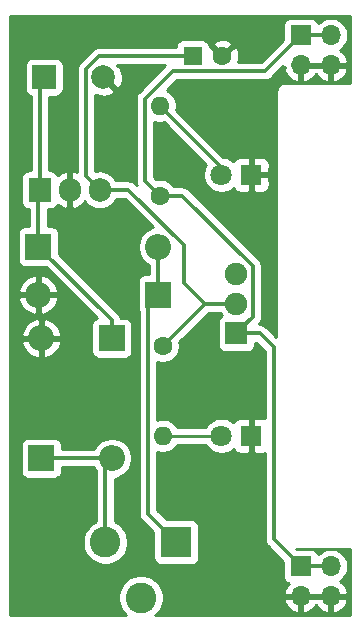
<source format=gbl>
%TF.GenerationSoftware,KiCad,Pcbnew,5.1.10-88a1d61d58~88~ubuntu20.04.1*%
%TF.CreationDate,2021-07-24T20:23:26-03:00*%
%TF.ProjectId,002_Breadboard_Power_Supply,3030325f-4272-4656-9164-626f6172645f,V1*%
%TF.SameCoordinates,Original*%
%TF.FileFunction,Copper,L2,Bot*%
%TF.FilePolarity,Positive*%
%FSLAX46Y46*%
G04 Gerber Fmt 4.6, Leading zero omitted, Abs format (unit mm)*
G04 Created by KiCad (PCBNEW 5.1.10-88a1d61d58~88~ubuntu20.04.1) date 2021-07-24 20:23:26*
%MOMM*%
%LPD*%
G01*
G04 APERTURE LIST*
%TA.AperFunction,ComponentPad*%
%ADD10R,2.000000X2.000000*%
%TD*%
%TA.AperFunction,ComponentPad*%
%ADD11C,2.000000*%
%TD*%
%TA.AperFunction,ComponentPad*%
%ADD12R,1.600000X1.600000*%
%TD*%
%TA.AperFunction,ComponentPad*%
%ADD13C,1.600000*%
%TD*%
%TA.AperFunction,ComponentPad*%
%ADD14R,2.200000X2.200000*%
%TD*%
%TA.AperFunction,ComponentPad*%
%ADD15O,2.200000X2.200000*%
%TD*%
%TA.AperFunction,ComponentPad*%
%ADD16R,1.800000X1.800000*%
%TD*%
%TA.AperFunction,ComponentPad*%
%ADD17C,1.800000*%
%TD*%
%TA.AperFunction,ComponentPad*%
%ADD18R,2.600000X2.600000*%
%TD*%
%TA.AperFunction,ComponentPad*%
%ADD19C,2.600000*%
%TD*%
%TA.AperFunction,ComponentPad*%
%ADD20R,1.700000X1.700000*%
%TD*%
%TA.AperFunction,ComponentPad*%
%ADD21O,1.700000X1.700000*%
%TD*%
%TA.AperFunction,ComponentPad*%
%ADD22O,1.600000X1.600000*%
%TD*%
%TA.AperFunction,ComponentPad*%
%ADD23R,1.900000X1.900000*%
%TD*%
%TA.AperFunction,ComponentPad*%
%ADD24C,1.900000*%
%TD*%
%TA.AperFunction,ComponentPad*%
%ADD25R,1.905000X2.000000*%
%TD*%
%TA.AperFunction,ComponentPad*%
%ADD26O,1.905000X2.000000*%
%TD*%
%TA.AperFunction,Conductor*%
%ADD27C,0.300000*%
%TD*%
%TA.AperFunction,Conductor*%
%ADD28C,0.250000*%
%TD*%
%TA.AperFunction,Conductor*%
%ADD29C,0.254000*%
%TD*%
%TA.AperFunction,Conductor*%
%ADD30C,0.100000*%
%TD*%
G04 APERTURE END LIST*
D10*
%TO.P,C1,1*%
%TO.N,/Vin*%
X79883000Y-56515000D03*
D11*
%TO.P,C1,2*%
%TO.N,/Gnd*%
X84883000Y-56515000D03*
%TD*%
D12*
%TO.P,C2,1*%
%TO.N,/Vout1*%
X92456000Y-54737000D03*
D13*
%TO.P,C2,2*%
%TO.N,/Gnd*%
X94956000Y-54737000D03*
%TD*%
D14*
%TO.P,D1,1*%
%TO.N,/Vin*%
X79375000Y-70866000D03*
D15*
%TO.P,D1,2*%
%TO.N,/BJ_pin1*%
X89535000Y-70866000D03*
%TD*%
%TO.P,D2,2*%
%TO.N,/Gnd*%
X79375000Y-74930000D03*
D14*
%TO.P,D2,1*%
%TO.N,/BJ_pin1*%
X89535000Y-74930000D03*
%TD*%
%TO.P,D3,1*%
%TO.N,/Vin*%
X85598000Y-78613000D03*
D15*
%TO.P,D3,2*%
%TO.N,/BJ_pin2*%
X85598000Y-88773000D03*
%TD*%
%TO.P,D4,2*%
%TO.N,/Gnd*%
X79629000Y-78613000D03*
D14*
%TO.P,D4,1*%
%TO.N,/BJ_pin2*%
X79629000Y-88773000D03*
%TD*%
D16*
%TO.P,D5,1*%
%TO.N,/Gnd*%
X97414000Y-86868000D03*
D17*
%TO.P,D5,2*%
%TO.N,Net-(D5-Pad2)*%
X94874000Y-86868000D03*
%TD*%
%TO.P,D6,2*%
%TO.N,Net-(D6-Pad2)*%
X94874000Y-64770000D03*
D16*
%TO.P,D6,1*%
%TO.N,/Gnd*%
X97414000Y-64770000D03*
%TD*%
D18*
%TO.P,J1,1*%
%TO.N,/BJ_pin1*%
X91059000Y-95885000D03*
D19*
%TO.P,J1,2*%
%TO.N,/BJ_pin2*%
X85059000Y-95885000D03*
%TO.P,J1,3*%
%TO.N,Net-(J1-Pad3)*%
X88059000Y-100585000D03*
%TD*%
D20*
%TO.P,J2,1*%
%TO.N,/Vout2*%
X101600000Y-52959000D03*
D21*
%TO.P,J2,2*%
X104140000Y-52959000D03*
%TO.P,J2,3*%
%TO.N,/Gnd*%
X101600000Y-55499000D03*
%TO.P,J2,4*%
X104140000Y-55499000D03*
%TD*%
%TO.P,J3,4*%
%TO.N,/Gnd*%
X104140000Y-100457000D03*
%TO.P,J3,3*%
X101600000Y-100457000D03*
%TO.P,J3,2*%
%TO.N,/Vout2*%
X104140000Y-97917000D03*
D20*
%TO.P,J3,1*%
X101600000Y-97917000D03*
%TD*%
D22*
%TO.P,R1,2*%
%TO.N,Net-(D5-Pad2)*%
X89916000Y-86868000D03*
D13*
%TO.P,R1,1*%
%TO.N,/Vout1*%
X89916000Y-79248000D03*
%TD*%
%TO.P,R2,1*%
%TO.N,/Vout2*%
X89662000Y-66548000D03*
D22*
%TO.P,R2,2*%
%TO.N,Net-(D6-Pad2)*%
X89662000Y-58928000D03*
%TD*%
D23*
%TO.P,SW1,1*%
%TO.N,/Vout2*%
X96139000Y-78199000D03*
D24*
%TO.P,SW1,2*%
%TO.N,/Vout1*%
X96139000Y-75699000D03*
%TO.P,SW1,3*%
%TO.N,Net-(SW1-Pad3)*%
X96139000Y-73199000D03*
%TD*%
D25*
%TO.P,U1,1*%
%TO.N,/Vin*%
X79502000Y-66040000D03*
D26*
%TO.P,U1,2*%
%TO.N,/Gnd*%
X82042000Y-66040000D03*
%TO.P,U1,3*%
%TO.N,/Vout1*%
X84582000Y-66040000D03*
%TD*%
D27*
%TO.N,/Vin*%
X85598000Y-77089000D02*
X79375000Y-70866000D01*
X85598000Y-78613000D02*
X85598000Y-77089000D01*
X79375000Y-66167000D02*
X79502000Y-66040000D01*
X79375000Y-70866000D02*
X79375000Y-66167000D01*
X79502000Y-56896000D02*
X79883000Y-56515000D01*
X79502000Y-66040000D02*
X79502000Y-56896000D01*
%TO.N,/Vout1*%
X93465000Y-75699000D02*
X96139000Y-75699000D01*
X89916000Y-79248000D02*
X93465000Y-75699000D01*
X87003002Y-66040000D02*
X91694000Y-70730998D01*
X84582000Y-66040000D02*
X87003002Y-66040000D01*
X91694000Y-73928000D02*
X93465000Y-75699000D01*
X91694000Y-70730998D02*
X91694000Y-73928000D01*
X83432999Y-64890999D02*
X84582000Y-66040000D01*
X84514998Y-54737000D02*
X83432999Y-55818999D01*
X83432999Y-55818999D02*
X83432999Y-64890999D01*
X92456000Y-54737000D02*
X84514998Y-54737000D01*
%TO.N,/BJ_pin1*%
X89535000Y-74930000D02*
X89535000Y-70866000D01*
X88665999Y-93491999D02*
X91059000Y-95885000D01*
X88665999Y-75799001D02*
X88665999Y-93491999D01*
X89535000Y-74930000D02*
X88665999Y-75799001D01*
%TO.N,/BJ_pin2*%
X85059000Y-89312000D02*
X85598000Y-88773000D01*
X85059000Y-95885000D02*
X85059000Y-89312000D01*
X79629000Y-88773000D02*
X85598000Y-88773000D01*
D28*
%TO.N,Net-(D5-Pad2)*%
X89916000Y-86868000D02*
X94874000Y-86868000D01*
%TO.N,Net-(D6-Pad2)*%
X94874000Y-64140000D02*
X94874000Y-64770000D01*
X89662000Y-58928000D02*
X94874000Y-64140000D01*
D27*
%TO.N,/Vout2*%
X101600000Y-97917000D02*
X104140000Y-97917000D01*
X101600000Y-52959000D02*
X104140000Y-52959000D01*
X90752997Y-55987001D02*
X98571999Y-55987001D01*
X98571999Y-55987001D02*
X101600000Y-52959000D01*
X88411999Y-58327999D02*
X90752997Y-55987001D01*
X88411999Y-65297999D02*
X88411999Y-58327999D01*
X89662000Y-66548000D02*
X88411999Y-65297999D01*
X96139000Y-78199000D02*
X98138000Y-78199000D01*
X98138000Y-78199000D02*
X99314000Y-79375000D01*
X99314000Y-95631000D02*
X101600000Y-97917000D01*
X99314000Y-79375000D02*
X99314000Y-95631000D01*
X91560002Y-66548000D02*
X89662000Y-66548000D01*
X97539001Y-72526999D02*
X91560002Y-66548000D01*
X97539001Y-76798999D02*
X97539001Y-72526999D01*
X96139000Y-78199000D02*
X97539001Y-76798999D01*
%TD*%
D29*
%TO.N,/Gnd*%
X105766001Y-56998000D02*
X100235419Y-56998000D01*
X100203000Y-56994807D01*
X100170581Y-56998000D01*
X100073617Y-57007550D01*
X99949207Y-57045290D01*
X99834550Y-57106575D01*
X99734052Y-57189052D01*
X99651575Y-57289550D01*
X99590290Y-57404207D01*
X99552550Y-57528617D01*
X99539807Y-57658000D01*
X99543001Y-57690429D01*
X99543000Y-78493843D01*
X98720345Y-77671188D01*
X98695764Y-77641236D01*
X98576233Y-77543138D01*
X98439860Y-77470246D01*
X98291887Y-77425359D01*
X98176561Y-77414000D01*
X98176553Y-77414000D01*
X98138000Y-77410203D01*
X98099447Y-77414000D01*
X98034158Y-77414000D01*
X98066818Y-77381340D01*
X98096765Y-77356763D01*
X98194863Y-77237232D01*
X98267755Y-77100859D01*
X98312642Y-76952886D01*
X98324001Y-76837560D01*
X98324001Y-76837553D01*
X98327798Y-76799000D01*
X98324001Y-76760447D01*
X98324001Y-72565551D01*
X98327798Y-72526998D01*
X98324001Y-72488445D01*
X98324001Y-72488438D01*
X98312642Y-72373112D01*
X98267755Y-72225139D01*
X98194863Y-72088766D01*
X98096765Y-71969235D01*
X98066817Y-71944657D01*
X92142349Y-66020190D01*
X92117766Y-65990236D01*
X91998235Y-65892138D01*
X91861862Y-65819246D01*
X91713889Y-65774359D01*
X91598563Y-65763000D01*
X91598555Y-65763000D01*
X91560002Y-65759203D01*
X91521449Y-65763000D01*
X90863339Y-65763000D01*
X90776637Y-65633241D01*
X90576759Y-65433363D01*
X90341727Y-65276320D01*
X90080574Y-65168147D01*
X89803335Y-65113000D01*
X89520665Y-65113000D01*
X89367604Y-65143446D01*
X89196999Y-64972842D01*
X89196999Y-60288622D01*
X89243426Y-60307853D01*
X89520665Y-60363000D01*
X89803335Y-60363000D01*
X89985887Y-60326688D01*
X93589164Y-63929966D01*
X93513701Y-64042905D01*
X93397989Y-64322257D01*
X93339000Y-64618816D01*
X93339000Y-64921184D01*
X93397989Y-65217743D01*
X93513701Y-65497095D01*
X93681688Y-65748505D01*
X93895495Y-65962312D01*
X94146905Y-66130299D01*
X94426257Y-66246011D01*
X94722816Y-66305000D01*
X95025184Y-66305000D01*
X95321743Y-66246011D01*
X95601095Y-66130299D01*
X95852505Y-65962312D01*
X95918944Y-65895873D01*
X95924498Y-65914180D01*
X95983463Y-66024494D01*
X96062815Y-66121185D01*
X96159506Y-66200537D01*
X96269820Y-66259502D01*
X96389518Y-66295812D01*
X96514000Y-66308072D01*
X97128250Y-66305000D01*
X97287000Y-66146250D01*
X97287000Y-64897000D01*
X97541000Y-64897000D01*
X97541000Y-66146250D01*
X97699750Y-66305000D01*
X98314000Y-66308072D01*
X98438482Y-66295812D01*
X98558180Y-66259502D01*
X98668494Y-66200537D01*
X98765185Y-66121185D01*
X98844537Y-66024494D01*
X98903502Y-65914180D01*
X98939812Y-65794482D01*
X98952072Y-65670000D01*
X98949000Y-65055750D01*
X98790250Y-64897000D01*
X97541000Y-64897000D01*
X97287000Y-64897000D01*
X97267000Y-64897000D01*
X97267000Y-64643000D01*
X97287000Y-64643000D01*
X97287000Y-63393750D01*
X97541000Y-63393750D01*
X97541000Y-64643000D01*
X98790250Y-64643000D01*
X98949000Y-64484250D01*
X98952072Y-63870000D01*
X98939812Y-63745518D01*
X98903502Y-63625820D01*
X98844537Y-63515506D01*
X98765185Y-63418815D01*
X98668494Y-63339463D01*
X98558180Y-63280498D01*
X98438482Y-63244188D01*
X98314000Y-63231928D01*
X97699750Y-63235000D01*
X97541000Y-63393750D01*
X97287000Y-63393750D01*
X97128250Y-63235000D01*
X96514000Y-63231928D01*
X96389518Y-63244188D01*
X96269820Y-63280498D01*
X96159506Y-63339463D01*
X96062815Y-63418815D01*
X95983463Y-63515506D01*
X95924498Y-63625820D01*
X95918944Y-63644127D01*
X95852505Y-63577688D01*
X95601095Y-63409701D01*
X95321743Y-63293989D01*
X95048425Y-63239623D01*
X91060688Y-59251887D01*
X91097000Y-59069335D01*
X91097000Y-58786665D01*
X91041853Y-58509426D01*
X90933680Y-58248273D01*
X90776637Y-58013241D01*
X90576759Y-57813363D01*
X90341727Y-57656320D01*
X90237152Y-57613004D01*
X91078155Y-56772001D01*
X98533446Y-56772001D01*
X98571999Y-56775798D01*
X98610552Y-56772001D01*
X98610560Y-56772001D01*
X98725886Y-56760642D01*
X98873859Y-56715755D01*
X99010232Y-56642863D01*
X99129763Y-56544765D01*
X99154346Y-56514811D01*
X100115000Y-55554157D01*
X100115000Y-55626002D01*
X100279844Y-55626002D01*
X100158524Y-55855890D01*
X100203175Y-56003099D01*
X100328359Y-56265920D01*
X100502412Y-56499269D01*
X100718645Y-56694178D01*
X100968748Y-56843157D01*
X101243109Y-56940481D01*
X101473000Y-56819814D01*
X101473000Y-55626000D01*
X101727000Y-55626000D01*
X101727000Y-56819814D01*
X101956891Y-56940481D01*
X102231252Y-56843157D01*
X102481355Y-56694178D01*
X102697588Y-56499269D01*
X102870000Y-56268120D01*
X103042412Y-56499269D01*
X103258645Y-56694178D01*
X103508748Y-56843157D01*
X103783109Y-56940481D01*
X104013000Y-56819814D01*
X104013000Y-55626000D01*
X104267000Y-55626000D01*
X104267000Y-56819814D01*
X104496891Y-56940481D01*
X104771252Y-56843157D01*
X105021355Y-56694178D01*
X105237588Y-56499269D01*
X105411641Y-56265920D01*
X105536825Y-56003099D01*
X105581476Y-55855890D01*
X105460155Y-55626000D01*
X104267000Y-55626000D01*
X104013000Y-55626000D01*
X101727000Y-55626000D01*
X101473000Y-55626000D01*
X101453000Y-55626000D01*
X101453000Y-55372000D01*
X101473000Y-55372000D01*
X101473000Y-55352000D01*
X101727000Y-55352000D01*
X101727000Y-55372000D01*
X104013000Y-55372000D01*
X104013000Y-55352000D01*
X104267000Y-55352000D01*
X104267000Y-55372000D01*
X105460155Y-55372000D01*
X105581476Y-55142110D01*
X105536825Y-54994901D01*
X105411641Y-54732080D01*
X105237588Y-54498731D01*
X105021355Y-54303822D01*
X104904466Y-54234195D01*
X105086632Y-54112475D01*
X105293475Y-53905632D01*
X105455990Y-53662411D01*
X105567932Y-53392158D01*
X105625000Y-53105260D01*
X105625000Y-52812740D01*
X105567932Y-52525842D01*
X105455990Y-52255589D01*
X105293475Y-52012368D01*
X105086632Y-51805525D01*
X104843411Y-51643010D01*
X104573158Y-51531068D01*
X104286260Y-51474000D01*
X103993740Y-51474000D01*
X103706842Y-51531068D01*
X103436589Y-51643010D01*
X103193368Y-51805525D01*
X103061513Y-51937380D01*
X103039502Y-51864820D01*
X102980537Y-51754506D01*
X102901185Y-51657815D01*
X102804494Y-51578463D01*
X102694180Y-51519498D01*
X102574482Y-51483188D01*
X102450000Y-51470928D01*
X100750000Y-51470928D01*
X100625518Y-51483188D01*
X100505820Y-51519498D01*
X100395506Y-51578463D01*
X100298815Y-51657815D01*
X100219463Y-51754506D01*
X100160498Y-51864820D01*
X100124188Y-51984518D01*
X100111928Y-52109000D01*
X100111928Y-53336914D01*
X98246842Y-55202001D01*
X96318836Y-55202001D01*
X96382300Y-54948816D01*
X96396217Y-54666488D01*
X96354787Y-54386870D01*
X96259603Y-54120708D01*
X96192671Y-53995486D01*
X95948702Y-53923903D01*
X95135605Y-54737000D01*
X95149748Y-54751143D01*
X94970143Y-54930748D01*
X94956000Y-54916605D01*
X94941858Y-54930748D01*
X94762253Y-54751143D01*
X94776395Y-54737000D01*
X93963298Y-53923903D01*
X93894072Y-53944215D01*
X93894072Y-53937000D01*
X93881812Y-53812518D01*
X93861118Y-53744298D01*
X94142903Y-53744298D01*
X94956000Y-54557395D01*
X95769097Y-53744298D01*
X95697514Y-53500329D01*
X95442004Y-53379429D01*
X95167816Y-53310700D01*
X94885488Y-53296783D01*
X94605870Y-53338213D01*
X94339708Y-53433397D01*
X94214486Y-53500329D01*
X94142903Y-53744298D01*
X93861118Y-53744298D01*
X93845502Y-53692820D01*
X93786537Y-53582506D01*
X93707185Y-53485815D01*
X93610494Y-53406463D01*
X93500180Y-53347498D01*
X93380482Y-53311188D01*
X93256000Y-53298928D01*
X91656000Y-53298928D01*
X91531518Y-53311188D01*
X91411820Y-53347498D01*
X91301506Y-53406463D01*
X91204815Y-53485815D01*
X91125463Y-53582506D01*
X91066498Y-53692820D01*
X91030188Y-53812518D01*
X91017928Y-53937000D01*
X91017928Y-53952000D01*
X84553554Y-53952000D01*
X84514998Y-53948203D01*
X84476442Y-53952000D01*
X84476437Y-53952000D01*
X84436024Y-53955980D01*
X84361111Y-53963358D01*
X84213138Y-54008246D01*
X84076765Y-54081138D01*
X83957234Y-54179236D01*
X83932651Y-54209190D01*
X82905189Y-55236652D01*
X82875235Y-55261235D01*
X82777137Y-55380767D01*
X82704245Y-55517140D01*
X82659358Y-55665113D01*
X82647999Y-55780439D01*
X82647999Y-55780446D01*
X82644202Y-55818999D01*
X82647999Y-55857552D01*
X82648000Y-64528189D01*
X82633094Y-64520429D01*
X82414980Y-64449437D01*
X82169000Y-64569406D01*
X82169000Y-65913000D01*
X82189000Y-65913000D01*
X82189000Y-66167000D01*
X82169000Y-66167000D01*
X82169000Y-67510594D01*
X82414980Y-67630563D01*
X82633094Y-67559571D01*
X82908923Y-67415969D01*
X83151437Y-67221315D01*
X83306837Y-67036101D01*
X83454037Y-67215463D01*
X83695766Y-67413845D01*
X83971552Y-67561255D01*
X84270797Y-67652030D01*
X84582000Y-67682681D01*
X84893204Y-67652030D01*
X85192449Y-67561255D01*
X85468235Y-67413845D01*
X85709963Y-67215463D01*
X85908345Y-66973734D01*
X85987845Y-66825000D01*
X86677845Y-66825000D01*
X89046936Y-69194091D01*
X89028919Y-69197675D01*
X88713169Y-69328463D01*
X88429002Y-69518337D01*
X88187337Y-69760002D01*
X87997463Y-70044169D01*
X87866675Y-70359919D01*
X87800000Y-70695117D01*
X87800000Y-71036883D01*
X87866675Y-71372081D01*
X87997463Y-71687831D01*
X88187337Y-71971998D01*
X88429002Y-72213663D01*
X88713169Y-72403537D01*
X88750001Y-72418793D01*
X88750000Y-73191928D01*
X88435000Y-73191928D01*
X88310518Y-73204188D01*
X88190820Y-73240498D01*
X88080506Y-73299463D01*
X87983815Y-73378815D01*
X87904463Y-73475506D01*
X87845498Y-73585820D01*
X87809188Y-73705518D01*
X87796928Y-73830000D01*
X87796928Y-76030000D01*
X87809188Y-76154482D01*
X87845498Y-76274180D01*
X87880999Y-76340597D01*
X87881000Y-93453436D01*
X87877202Y-93491999D01*
X87892358Y-93645885D01*
X87937245Y-93793858D01*
X87937246Y-93793859D01*
X88010138Y-93930232D01*
X88033902Y-93959188D01*
X88083654Y-94019811D01*
X88083658Y-94019815D01*
X88108236Y-94049763D01*
X88138184Y-94074341D01*
X89120928Y-95057085D01*
X89120928Y-97185000D01*
X89133188Y-97309482D01*
X89169498Y-97429180D01*
X89228463Y-97539494D01*
X89307815Y-97636185D01*
X89404506Y-97715537D01*
X89514820Y-97774502D01*
X89634518Y-97810812D01*
X89759000Y-97823072D01*
X92359000Y-97823072D01*
X92483482Y-97810812D01*
X92603180Y-97774502D01*
X92713494Y-97715537D01*
X92810185Y-97636185D01*
X92889537Y-97539494D01*
X92948502Y-97429180D01*
X92984812Y-97309482D01*
X92997072Y-97185000D01*
X92997072Y-94585000D01*
X92984812Y-94460518D01*
X92948502Y-94340820D01*
X92889537Y-94230506D01*
X92810185Y-94133815D01*
X92713494Y-94054463D01*
X92603180Y-93995498D01*
X92483482Y-93959188D01*
X92359000Y-93946928D01*
X90231085Y-93946928D01*
X89450999Y-93166842D01*
X89450999Y-88228622D01*
X89497426Y-88247853D01*
X89774665Y-88303000D01*
X90057335Y-88303000D01*
X90334574Y-88247853D01*
X90595727Y-88139680D01*
X90830759Y-87982637D01*
X91030637Y-87782759D01*
X91134043Y-87628000D01*
X93535687Y-87628000D01*
X93681688Y-87846505D01*
X93895495Y-88060312D01*
X94146905Y-88228299D01*
X94426257Y-88344011D01*
X94722816Y-88403000D01*
X95025184Y-88403000D01*
X95321743Y-88344011D01*
X95601095Y-88228299D01*
X95852505Y-88060312D01*
X95918944Y-87993873D01*
X95924498Y-88012180D01*
X95983463Y-88122494D01*
X96062815Y-88219185D01*
X96159506Y-88298537D01*
X96269820Y-88357502D01*
X96389518Y-88393812D01*
X96514000Y-88406072D01*
X97128250Y-88403000D01*
X97287000Y-88244250D01*
X97287000Y-86995000D01*
X97267000Y-86995000D01*
X97267000Y-86741000D01*
X97287000Y-86741000D01*
X97287000Y-85491750D01*
X97128250Y-85333000D01*
X96514000Y-85329928D01*
X96389518Y-85342188D01*
X96269820Y-85378498D01*
X96159506Y-85437463D01*
X96062815Y-85516815D01*
X95983463Y-85613506D01*
X95924498Y-85723820D01*
X95918944Y-85742127D01*
X95852505Y-85675688D01*
X95601095Y-85507701D01*
X95321743Y-85391989D01*
X95025184Y-85333000D01*
X94722816Y-85333000D01*
X94426257Y-85391989D01*
X94146905Y-85507701D01*
X93895495Y-85675688D01*
X93681688Y-85889495D01*
X93535687Y-86108000D01*
X91134043Y-86108000D01*
X91030637Y-85953241D01*
X90830759Y-85753363D01*
X90595727Y-85596320D01*
X90334574Y-85488147D01*
X90057335Y-85433000D01*
X89774665Y-85433000D01*
X89497426Y-85488147D01*
X89450999Y-85507378D01*
X89450999Y-80608622D01*
X89497426Y-80627853D01*
X89774665Y-80683000D01*
X90057335Y-80683000D01*
X90334574Y-80627853D01*
X90595727Y-80519680D01*
X90830759Y-80362637D01*
X91030637Y-80162759D01*
X91187680Y-79927727D01*
X91295853Y-79666574D01*
X91351000Y-79389335D01*
X91351000Y-79106665D01*
X91320554Y-78953603D01*
X93790158Y-76484000D01*
X94757257Y-76484000D01*
X94893021Y-76687186D01*
X94834506Y-76718463D01*
X94737815Y-76797815D01*
X94658463Y-76894506D01*
X94599498Y-77004820D01*
X94563188Y-77124518D01*
X94550928Y-77249000D01*
X94550928Y-79149000D01*
X94563188Y-79273482D01*
X94599498Y-79393180D01*
X94658463Y-79503494D01*
X94737815Y-79600185D01*
X94834506Y-79679537D01*
X94944820Y-79738502D01*
X95064518Y-79774812D01*
X95189000Y-79787072D01*
X97089000Y-79787072D01*
X97213482Y-79774812D01*
X97333180Y-79738502D01*
X97443494Y-79679537D01*
X97540185Y-79600185D01*
X97619537Y-79503494D01*
X97678502Y-79393180D01*
X97714812Y-79273482D01*
X97727072Y-79149000D01*
X97727072Y-78984000D01*
X97812843Y-78984000D01*
X98529000Y-79700158D01*
X98529000Y-85369646D01*
X98438482Y-85342188D01*
X98314000Y-85329928D01*
X97699750Y-85333000D01*
X97541000Y-85491750D01*
X97541000Y-86741000D01*
X97561000Y-86741000D01*
X97561000Y-86995000D01*
X97541000Y-86995000D01*
X97541000Y-88244250D01*
X97699750Y-88403000D01*
X98314000Y-88406072D01*
X98438482Y-88393812D01*
X98529001Y-88366353D01*
X98529001Y-95592437D01*
X98525203Y-95631000D01*
X98540359Y-95784886D01*
X98585246Y-95932859D01*
X98585247Y-95932860D01*
X98658139Y-96069233D01*
X98663349Y-96075581D01*
X98731655Y-96158812D01*
X98731659Y-96158816D01*
X98756237Y-96188764D01*
X98786185Y-96213342D01*
X100111928Y-97539086D01*
X100111928Y-98767000D01*
X100124188Y-98891482D01*
X100160498Y-99011180D01*
X100219463Y-99121494D01*
X100298815Y-99218185D01*
X100395506Y-99297537D01*
X100505820Y-99356502D01*
X100586466Y-99380966D01*
X100502412Y-99456731D01*
X100328359Y-99690080D01*
X100203175Y-99952901D01*
X100158524Y-100100110D01*
X100279845Y-100330000D01*
X101473000Y-100330000D01*
X101473000Y-100310000D01*
X101727000Y-100310000D01*
X101727000Y-100330000D01*
X104013000Y-100330000D01*
X104013000Y-100310000D01*
X104267000Y-100310000D01*
X104267000Y-100330000D01*
X105460155Y-100330000D01*
X105581476Y-100100110D01*
X105536825Y-99952901D01*
X105411641Y-99690080D01*
X105237588Y-99456731D01*
X105021355Y-99261822D01*
X104904466Y-99192195D01*
X105086632Y-99070475D01*
X105293475Y-98863632D01*
X105455990Y-98620411D01*
X105567932Y-98350158D01*
X105625000Y-98063260D01*
X105625000Y-97770740D01*
X105567932Y-97483842D01*
X105455990Y-97213589D01*
X105293475Y-96970368D01*
X105086632Y-96763525D01*
X104843411Y-96601010D01*
X104573158Y-96489068D01*
X104286260Y-96432000D01*
X103993740Y-96432000D01*
X103706842Y-96489068D01*
X103436589Y-96601010D01*
X103193368Y-96763525D01*
X103061513Y-96895380D01*
X103039502Y-96822820D01*
X102980537Y-96712506D01*
X102901185Y-96615815D01*
X102804494Y-96536463D01*
X102694180Y-96477498D01*
X102574482Y-96441188D01*
X102450000Y-96428928D01*
X101222086Y-96428928D01*
X101211158Y-96418000D01*
X105766001Y-96418000D01*
X105766000Y-102083000D01*
X89297504Y-102083000D01*
X89562013Y-101818491D01*
X89773775Y-101501566D01*
X89919639Y-101149419D01*
X89986379Y-100813890D01*
X100158524Y-100813890D01*
X100203175Y-100961099D01*
X100328359Y-101223920D01*
X100502412Y-101457269D01*
X100718645Y-101652178D01*
X100968748Y-101801157D01*
X101243109Y-101898481D01*
X101473000Y-101777814D01*
X101473000Y-100584000D01*
X101727000Y-100584000D01*
X101727000Y-101777814D01*
X101956891Y-101898481D01*
X102231252Y-101801157D01*
X102481355Y-101652178D01*
X102697588Y-101457269D01*
X102870000Y-101226120D01*
X103042412Y-101457269D01*
X103258645Y-101652178D01*
X103508748Y-101801157D01*
X103783109Y-101898481D01*
X104013000Y-101777814D01*
X104013000Y-100584000D01*
X104267000Y-100584000D01*
X104267000Y-101777814D01*
X104496891Y-101898481D01*
X104771252Y-101801157D01*
X105021355Y-101652178D01*
X105237588Y-101457269D01*
X105411641Y-101223920D01*
X105536825Y-100961099D01*
X105581476Y-100813890D01*
X105460155Y-100584000D01*
X104267000Y-100584000D01*
X104013000Y-100584000D01*
X101727000Y-100584000D01*
X101473000Y-100584000D01*
X100279845Y-100584000D01*
X100158524Y-100813890D01*
X89986379Y-100813890D01*
X89994000Y-100775581D01*
X89994000Y-100394419D01*
X89919639Y-100020581D01*
X89773775Y-99668434D01*
X89562013Y-99351509D01*
X89292491Y-99081987D01*
X88975566Y-98870225D01*
X88623419Y-98724361D01*
X88249581Y-98650000D01*
X87868419Y-98650000D01*
X87494581Y-98724361D01*
X87142434Y-98870225D01*
X86825509Y-99081987D01*
X86555987Y-99351509D01*
X86344225Y-99668434D01*
X86198361Y-100020581D01*
X86124000Y-100394419D01*
X86124000Y-100775581D01*
X86198361Y-101149419D01*
X86344225Y-101501566D01*
X86555987Y-101818491D01*
X86820496Y-102083000D01*
X76987000Y-102083000D01*
X76987000Y-87673000D01*
X77890928Y-87673000D01*
X77890928Y-89873000D01*
X77903188Y-89997482D01*
X77939498Y-90117180D01*
X77998463Y-90227494D01*
X78077815Y-90324185D01*
X78174506Y-90403537D01*
X78284820Y-90462502D01*
X78404518Y-90498812D01*
X78529000Y-90511072D01*
X80729000Y-90511072D01*
X80853482Y-90498812D01*
X80973180Y-90462502D01*
X81083494Y-90403537D01*
X81180185Y-90324185D01*
X81259537Y-90227494D01*
X81318502Y-90117180D01*
X81354812Y-89997482D01*
X81367072Y-89873000D01*
X81367072Y-89558000D01*
X84045207Y-89558000D01*
X84060463Y-89594831D01*
X84250337Y-89878998D01*
X84274001Y-89902662D01*
X84274000Y-94115728D01*
X84142434Y-94170225D01*
X83825509Y-94381987D01*
X83555987Y-94651509D01*
X83344225Y-94968434D01*
X83198361Y-95320581D01*
X83124000Y-95694419D01*
X83124000Y-96075581D01*
X83198361Y-96449419D01*
X83344225Y-96801566D01*
X83555987Y-97118491D01*
X83825509Y-97388013D01*
X84142434Y-97599775D01*
X84494581Y-97745639D01*
X84868419Y-97820000D01*
X85249581Y-97820000D01*
X85623419Y-97745639D01*
X85975566Y-97599775D01*
X86292491Y-97388013D01*
X86562013Y-97118491D01*
X86773775Y-96801566D01*
X86919639Y-96449419D01*
X86994000Y-96075581D01*
X86994000Y-95694419D01*
X86919639Y-95320581D01*
X86773775Y-94968434D01*
X86562013Y-94651509D01*
X86292491Y-94381987D01*
X85975566Y-94170225D01*
X85844000Y-94115729D01*
X85844000Y-90493058D01*
X86104081Y-90441325D01*
X86419831Y-90310537D01*
X86703998Y-90120663D01*
X86945663Y-89878998D01*
X87135537Y-89594831D01*
X87266325Y-89279081D01*
X87333000Y-88943883D01*
X87333000Y-88602117D01*
X87266325Y-88266919D01*
X87135537Y-87951169D01*
X86945663Y-87667002D01*
X86703998Y-87425337D01*
X86419831Y-87235463D01*
X86104081Y-87104675D01*
X85768883Y-87038000D01*
X85427117Y-87038000D01*
X85091919Y-87104675D01*
X84776169Y-87235463D01*
X84492002Y-87425337D01*
X84250337Y-87667002D01*
X84060463Y-87951169D01*
X84045207Y-87988000D01*
X81367072Y-87988000D01*
X81367072Y-87673000D01*
X81354812Y-87548518D01*
X81318502Y-87428820D01*
X81259537Y-87318506D01*
X81180185Y-87221815D01*
X81083494Y-87142463D01*
X80973180Y-87083498D01*
X80853482Y-87047188D01*
X80729000Y-87034928D01*
X78529000Y-87034928D01*
X78404518Y-87047188D01*
X78284820Y-87083498D01*
X78174506Y-87142463D01*
X78077815Y-87221815D01*
X77998463Y-87318506D01*
X77939498Y-87428820D01*
X77903188Y-87548518D01*
X77890928Y-87673000D01*
X76987000Y-87673000D01*
X76987000Y-79009123D01*
X77939821Y-79009123D01*
X78049558Y-79331054D01*
X78219992Y-79625391D01*
X78444573Y-79880822D01*
X78714671Y-80087531D01*
X79019906Y-80237575D01*
X79232878Y-80302175D01*
X79502000Y-80184125D01*
X79502000Y-78740000D01*
X79756000Y-78740000D01*
X79756000Y-80184125D01*
X80025122Y-80302175D01*
X80238094Y-80237575D01*
X80543329Y-80087531D01*
X80813427Y-79880822D01*
X81038008Y-79625391D01*
X81208442Y-79331054D01*
X81318179Y-79009123D01*
X81200600Y-78740000D01*
X79756000Y-78740000D01*
X79502000Y-78740000D01*
X78057400Y-78740000D01*
X77939821Y-79009123D01*
X76987000Y-79009123D01*
X76987000Y-78216877D01*
X77939821Y-78216877D01*
X78057400Y-78486000D01*
X79502000Y-78486000D01*
X79502000Y-77041875D01*
X79756000Y-77041875D01*
X79756000Y-78486000D01*
X81200600Y-78486000D01*
X81318179Y-78216877D01*
X81208442Y-77894946D01*
X81038008Y-77600609D01*
X80813427Y-77345178D01*
X80543329Y-77138469D01*
X80238094Y-76988425D01*
X80025122Y-76923825D01*
X79756000Y-77041875D01*
X79502000Y-77041875D01*
X79232878Y-76923825D01*
X79019906Y-76988425D01*
X78714671Y-77138469D01*
X78444573Y-77345178D01*
X78219992Y-77600609D01*
X78049558Y-77894946D01*
X77939821Y-78216877D01*
X76987000Y-78216877D01*
X76987000Y-75326122D01*
X77685825Y-75326122D01*
X77750425Y-75539094D01*
X77900469Y-75844329D01*
X78107178Y-76114427D01*
X78362609Y-76339008D01*
X78656946Y-76509442D01*
X78978877Y-76619179D01*
X79248000Y-76501600D01*
X79248000Y-75057000D01*
X79502000Y-75057000D01*
X79502000Y-76501600D01*
X79771123Y-76619179D01*
X80093054Y-76509442D01*
X80387391Y-76339008D01*
X80642822Y-76114427D01*
X80849531Y-75844329D01*
X80999575Y-75539094D01*
X81064175Y-75326122D01*
X80946125Y-75057000D01*
X79502000Y-75057000D01*
X79248000Y-75057000D01*
X77803875Y-75057000D01*
X77685825Y-75326122D01*
X76987000Y-75326122D01*
X76987000Y-74533878D01*
X77685825Y-74533878D01*
X77803875Y-74803000D01*
X79248000Y-74803000D01*
X79248000Y-73358400D01*
X79502000Y-73358400D01*
X79502000Y-74803000D01*
X80946125Y-74803000D01*
X81064175Y-74533878D01*
X80999575Y-74320906D01*
X80849531Y-74015671D01*
X80642822Y-73745573D01*
X80387391Y-73520992D01*
X80093054Y-73350558D01*
X79771123Y-73240821D01*
X79502000Y-73358400D01*
X79248000Y-73358400D01*
X78978877Y-73240821D01*
X78656946Y-73350558D01*
X78362609Y-73520992D01*
X78107178Y-73745573D01*
X77900469Y-74015671D01*
X77750425Y-74320906D01*
X77685825Y-74533878D01*
X76987000Y-74533878D01*
X76987000Y-69766000D01*
X77636928Y-69766000D01*
X77636928Y-71966000D01*
X77649188Y-72090482D01*
X77685498Y-72210180D01*
X77744463Y-72320494D01*
X77823815Y-72417185D01*
X77920506Y-72496537D01*
X78030820Y-72555502D01*
X78150518Y-72591812D01*
X78275000Y-72604072D01*
X80002915Y-72604072D01*
X84306392Y-76907550D01*
X84253820Y-76923498D01*
X84143506Y-76982463D01*
X84046815Y-77061815D01*
X83967463Y-77158506D01*
X83908498Y-77268820D01*
X83872188Y-77388518D01*
X83859928Y-77513000D01*
X83859928Y-79713000D01*
X83872188Y-79837482D01*
X83908498Y-79957180D01*
X83967463Y-80067494D01*
X84046815Y-80164185D01*
X84143506Y-80243537D01*
X84253820Y-80302502D01*
X84373518Y-80338812D01*
X84498000Y-80351072D01*
X86698000Y-80351072D01*
X86822482Y-80338812D01*
X86942180Y-80302502D01*
X87052494Y-80243537D01*
X87149185Y-80164185D01*
X87228537Y-80067494D01*
X87287502Y-79957180D01*
X87323812Y-79837482D01*
X87336072Y-79713000D01*
X87336072Y-77513000D01*
X87323812Y-77388518D01*
X87287502Y-77268820D01*
X87228537Y-77158506D01*
X87149185Y-77061815D01*
X87052494Y-76982463D01*
X86942180Y-76923498D01*
X86822482Y-76887188D01*
X86698000Y-76874928D01*
X86353384Y-76874928D01*
X86326754Y-76787140D01*
X86253862Y-76650767D01*
X86155764Y-76531236D01*
X86125816Y-76506658D01*
X81113072Y-71493915D01*
X81113072Y-69766000D01*
X81100812Y-69641518D01*
X81064502Y-69521820D01*
X81005537Y-69411506D01*
X80926185Y-69314815D01*
X80829494Y-69235463D01*
X80719180Y-69176498D01*
X80599482Y-69140188D01*
X80475000Y-69127928D01*
X80160000Y-69127928D01*
X80160000Y-67678072D01*
X80454500Y-67678072D01*
X80578982Y-67665812D01*
X80698680Y-67629502D01*
X80808994Y-67570537D01*
X80905685Y-67491185D01*
X80985037Y-67394494D01*
X81034059Y-67302781D01*
X81175077Y-67415969D01*
X81450906Y-67559571D01*
X81669020Y-67630563D01*
X81915000Y-67510594D01*
X81915000Y-66167000D01*
X81895000Y-66167000D01*
X81895000Y-65913000D01*
X81915000Y-65913000D01*
X81915000Y-64569406D01*
X81669020Y-64449437D01*
X81450906Y-64520429D01*
X81175077Y-64664031D01*
X81034059Y-64777219D01*
X80985037Y-64685506D01*
X80905685Y-64588815D01*
X80808994Y-64509463D01*
X80698680Y-64450498D01*
X80578982Y-64414188D01*
X80454500Y-64401928D01*
X80287000Y-64401928D01*
X80287000Y-58153072D01*
X80883000Y-58153072D01*
X81007482Y-58140812D01*
X81127180Y-58104502D01*
X81237494Y-58045537D01*
X81334185Y-57966185D01*
X81413537Y-57869494D01*
X81472502Y-57759180D01*
X81508812Y-57639482D01*
X81521072Y-57515000D01*
X81521072Y-55515000D01*
X81508812Y-55390518D01*
X81472502Y-55270820D01*
X81413537Y-55160506D01*
X81334185Y-55063815D01*
X81237494Y-54984463D01*
X81127180Y-54925498D01*
X81007482Y-54889188D01*
X80883000Y-54876928D01*
X78883000Y-54876928D01*
X78758518Y-54889188D01*
X78638820Y-54925498D01*
X78528506Y-54984463D01*
X78431815Y-55063815D01*
X78352463Y-55160506D01*
X78293498Y-55270820D01*
X78257188Y-55390518D01*
X78244928Y-55515000D01*
X78244928Y-57515000D01*
X78257188Y-57639482D01*
X78293498Y-57759180D01*
X78352463Y-57869494D01*
X78431815Y-57966185D01*
X78528506Y-58045537D01*
X78638820Y-58104502D01*
X78717001Y-58128218D01*
X78717000Y-64401928D01*
X78549500Y-64401928D01*
X78425018Y-64414188D01*
X78305320Y-64450498D01*
X78195006Y-64509463D01*
X78098315Y-64588815D01*
X78018963Y-64685506D01*
X77959998Y-64795820D01*
X77923688Y-64915518D01*
X77911428Y-65040000D01*
X77911428Y-67040000D01*
X77923688Y-67164482D01*
X77959998Y-67284180D01*
X78018963Y-67394494D01*
X78098315Y-67491185D01*
X78195006Y-67570537D01*
X78305320Y-67629502D01*
X78425018Y-67665812D01*
X78549500Y-67678072D01*
X78590001Y-67678072D01*
X78590000Y-69127928D01*
X78275000Y-69127928D01*
X78150518Y-69140188D01*
X78030820Y-69176498D01*
X77920506Y-69235463D01*
X77823815Y-69314815D01*
X77744463Y-69411506D01*
X77685498Y-69521820D01*
X77649188Y-69641518D01*
X77636928Y-69766000D01*
X76987000Y-69766000D01*
X76987000Y-51333000D01*
X105766000Y-51333000D01*
X105766001Y-56998000D01*
%TA.AperFunction,Conductor*%
D30*
G36*
X105766001Y-56998000D02*
G01*
X100235419Y-56998000D01*
X100203000Y-56994807D01*
X100170581Y-56998000D01*
X100073617Y-57007550D01*
X99949207Y-57045290D01*
X99834550Y-57106575D01*
X99734052Y-57189052D01*
X99651575Y-57289550D01*
X99590290Y-57404207D01*
X99552550Y-57528617D01*
X99539807Y-57658000D01*
X99543001Y-57690429D01*
X99543000Y-78493843D01*
X98720345Y-77671188D01*
X98695764Y-77641236D01*
X98576233Y-77543138D01*
X98439860Y-77470246D01*
X98291887Y-77425359D01*
X98176561Y-77414000D01*
X98176553Y-77414000D01*
X98138000Y-77410203D01*
X98099447Y-77414000D01*
X98034158Y-77414000D01*
X98066818Y-77381340D01*
X98096765Y-77356763D01*
X98194863Y-77237232D01*
X98267755Y-77100859D01*
X98312642Y-76952886D01*
X98324001Y-76837560D01*
X98324001Y-76837553D01*
X98327798Y-76799000D01*
X98324001Y-76760447D01*
X98324001Y-72565551D01*
X98327798Y-72526998D01*
X98324001Y-72488445D01*
X98324001Y-72488438D01*
X98312642Y-72373112D01*
X98267755Y-72225139D01*
X98194863Y-72088766D01*
X98096765Y-71969235D01*
X98066817Y-71944657D01*
X92142349Y-66020190D01*
X92117766Y-65990236D01*
X91998235Y-65892138D01*
X91861862Y-65819246D01*
X91713889Y-65774359D01*
X91598563Y-65763000D01*
X91598555Y-65763000D01*
X91560002Y-65759203D01*
X91521449Y-65763000D01*
X90863339Y-65763000D01*
X90776637Y-65633241D01*
X90576759Y-65433363D01*
X90341727Y-65276320D01*
X90080574Y-65168147D01*
X89803335Y-65113000D01*
X89520665Y-65113000D01*
X89367604Y-65143446D01*
X89196999Y-64972842D01*
X89196999Y-60288622D01*
X89243426Y-60307853D01*
X89520665Y-60363000D01*
X89803335Y-60363000D01*
X89985887Y-60326688D01*
X93589164Y-63929966D01*
X93513701Y-64042905D01*
X93397989Y-64322257D01*
X93339000Y-64618816D01*
X93339000Y-64921184D01*
X93397989Y-65217743D01*
X93513701Y-65497095D01*
X93681688Y-65748505D01*
X93895495Y-65962312D01*
X94146905Y-66130299D01*
X94426257Y-66246011D01*
X94722816Y-66305000D01*
X95025184Y-66305000D01*
X95321743Y-66246011D01*
X95601095Y-66130299D01*
X95852505Y-65962312D01*
X95918944Y-65895873D01*
X95924498Y-65914180D01*
X95983463Y-66024494D01*
X96062815Y-66121185D01*
X96159506Y-66200537D01*
X96269820Y-66259502D01*
X96389518Y-66295812D01*
X96514000Y-66308072D01*
X97128250Y-66305000D01*
X97287000Y-66146250D01*
X97287000Y-64897000D01*
X97541000Y-64897000D01*
X97541000Y-66146250D01*
X97699750Y-66305000D01*
X98314000Y-66308072D01*
X98438482Y-66295812D01*
X98558180Y-66259502D01*
X98668494Y-66200537D01*
X98765185Y-66121185D01*
X98844537Y-66024494D01*
X98903502Y-65914180D01*
X98939812Y-65794482D01*
X98952072Y-65670000D01*
X98949000Y-65055750D01*
X98790250Y-64897000D01*
X97541000Y-64897000D01*
X97287000Y-64897000D01*
X97267000Y-64897000D01*
X97267000Y-64643000D01*
X97287000Y-64643000D01*
X97287000Y-63393750D01*
X97541000Y-63393750D01*
X97541000Y-64643000D01*
X98790250Y-64643000D01*
X98949000Y-64484250D01*
X98952072Y-63870000D01*
X98939812Y-63745518D01*
X98903502Y-63625820D01*
X98844537Y-63515506D01*
X98765185Y-63418815D01*
X98668494Y-63339463D01*
X98558180Y-63280498D01*
X98438482Y-63244188D01*
X98314000Y-63231928D01*
X97699750Y-63235000D01*
X97541000Y-63393750D01*
X97287000Y-63393750D01*
X97128250Y-63235000D01*
X96514000Y-63231928D01*
X96389518Y-63244188D01*
X96269820Y-63280498D01*
X96159506Y-63339463D01*
X96062815Y-63418815D01*
X95983463Y-63515506D01*
X95924498Y-63625820D01*
X95918944Y-63644127D01*
X95852505Y-63577688D01*
X95601095Y-63409701D01*
X95321743Y-63293989D01*
X95048425Y-63239623D01*
X91060688Y-59251887D01*
X91097000Y-59069335D01*
X91097000Y-58786665D01*
X91041853Y-58509426D01*
X90933680Y-58248273D01*
X90776637Y-58013241D01*
X90576759Y-57813363D01*
X90341727Y-57656320D01*
X90237152Y-57613004D01*
X91078155Y-56772001D01*
X98533446Y-56772001D01*
X98571999Y-56775798D01*
X98610552Y-56772001D01*
X98610560Y-56772001D01*
X98725886Y-56760642D01*
X98873859Y-56715755D01*
X99010232Y-56642863D01*
X99129763Y-56544765D01*
X99154346Y-56514811D01*
X100115000Y-55554157D01*
X100115000Y-55626002D01*
X100279844Y-55626002D01*
X100158524Y-55855890D01*
X100203175Y-56003099D01*
X100328359Y-56265920D01*
X100502412Y-56499269D01*
X100718645Y-56694178D01*
X100968748Y-56843157D01*
X101243109Y-56940481D01*
X101473000Y-56819814D01*
X101473000Y-55626000D01*
X101727000Y-55626000D01*
X101727000Y-56819814D01*
X101956891Y-56940481D01*
X102231252Y-56843157D01*
X102481355Y-56694178D01*
X102697588Y-56499269D01*
X102870000Y-56268120D01*
X103042412Y-56499269D01*
X103258645Y-56694178D01*
X103508748Y-56843157D01*
X103783109Y-56940481D01*
X104013000Y-56819814D01*
X104013000Y-55626000D01*
X104267000Y-55626000D01*
X104267000Y-56819814D01*
X104496891Y-56940481D01*
X104771252Y-56843157D01*
X105021355Y-56694178D01*
X105237588Y-56499269D01*
X105411641Y-56265920D01*
X105536825Y-56003099D01*
X105581476Y-55855890D01*
X105460155Y-55626000D01*
X104267000Y-55626000D01*
X104013000Y-55626000D01*
X101727000Y-55626000D01*
X101473000Y-55626000D01*
X101453000Y-55626000D01*
X101453000Y-55372000D01*
X101473000Y-55372000D01*
X101473000Y-55352000D01*
X101727000Y-55352000D01*
X101727000Y-55372000D01*
X104013000Y-55372000D01*
X104013000Y-55352000D01*
X104267000Y-55352000D01*
X104267000Y-55372000D01*
X105460155Y-55372000D01*
X105581476Y-55142110D01*
X105536825Y-54994901D01*
X105411641Y-54732080D01*
X105237588Y-54498731D01*
X105021355Y-54303822D01*
X104904466Y-54234195D01*
X105086632Y-54112475D01*
X105293475Y-53905632D01*
X105455990Y-53662411D01*
X105567932Y-53392158D01*
X105625000Y-53105260D01*
X105625000Y-52812740D01*
X105567932Y-52525842D01*
X105455990Y-52255589D01*
X105293475Y-52012368D01*
X105086632Y-51805525D01*
X104843411Y-51643010D01*
X104573158Y-51531068D01*
X104286260Y-51474000D01*
X103993740Y-51474000D01*
X103706842Y-51531068D01*
X103436589Y-51643010D01*
X103193368Y-51805525D01*
X103061513Y-51937380D01*
X103039502Y-51864820D01*
X102980537Y-51754506D01*
X102901185Y-51657815D01*
X102804494Y-51578463D01*
X102694180Y-51519498D01*
X102574482Y-51483188D01*
X102450000Y-51470928D01*
X100750000Y-51470928D01*
X100625518Y-51483188D01*
X100505820Y-51519498D01*
X100395506Y-51578463D01*
X100298815Y-51657815D01*
X100219463Y-51754506D01*
X100160498Y-51864820D01*
X100124188Y-51984518D01*
X100111928Y-52109000D01*
X100111928Y-53336914D01*
X98246842Y-55202001D01*
X96318836Y-55202001D01*
X96382300Y-54948816D01*
X96396217Y-54666488D01*
X96354787Y-54386870D01*
X96259603Y-54120708D01*
X96192671Y-53995486D01*
X95948702Y-53923903D01*
X95135605Y-54737000D01*
X95149748Y-54751143D01*
X94970143Y-54930748D01*
X94956000Y-54916605D01*
X94941858Y-54930748D01*
X94762253Y-54751143D01*
X94776395Y-54737000D01*
X93963298Y-53923903D01*
X93894072Y-53944215D01*
X93894072Y-53937000D01*
X93881812Y-53812518D01*
X93861118Y-53744298D01*
X94142903Y-53744298D01*
X94956000Y-54557395D01*
X95769097Y-53744298D01*
X95697514Y-53500329D01*
X95442004Y-53379429D01*
X95167816Y-53310700D01*
X94885488Y-53296783D01*
X94605870Y-53338213D01*
X94339708Y-53433397D01*
X94214486Y-53500329D01*
X94142903Y-53744298D01*
X93861118Y-53744298D01*
X93845502Y-53692820D01*
X93786537Y-53582506D01*
X93707185Y-53485815D01*
X93610494Y-53406463D01*
X93500180Y-53347498D01*
X93380482Y-53311188D01*
X93256000Y-53298928D01*
X91656000Y-53298928D01*
X91531518Y-53311188D01*
X91411820Y-53347498D01*
X91301506Y-53406463D01*
X91204815Y-53485815D01*
X91125463Y-53582506D01*
X91066498Y-53692820D01*
X91030188Y-53812518D01*
X91017928Y-53937000D01*
X91017928Y-53952000D01*
X84553554Y-53952000D01*
X84514998Y-53948203D01*
X84476442Y-53952000D01*
X84476437Y-53952000D01*
X84436024Y-53955980D01*
X84361111Y-53963358D01*
X84213138Y-54008246D01*
X84076765Y-54081138D01*
X83957234Y-54179236D01*
X83932651Y-54209190D01*
X82905189Y-55236652D01*
X82875235Y-55261235D01*
X82777137Y-55380767D01*
X82704245Y-55517140D01*
X82659358Y-55665113D01*
X82647999Y-55780439D01*
X82647999Y-55780446D01*
X82644202Y-55818999D01*
X82647999Y-55857552D01*
X82648000Y-64528189D01*
X82633094Y-64520429D01*
X82414980Y-64449437D01*
X82169000Y-64569406D01*
X82169000Y-65913000D01*
X82189000Y-65913000D01*
X82189000Y-66167000D01*
X82169000Y-66167000D01*
X82169000Y-67510594D01*
X82414980Y-67630563D01*
X82633094Y-67559571D01*
X82908923Y-67415969D01*
X83151437Y-67221315D01*
X83306837Y-67036101D01*
X83454037Y-67215463D01*
X83695766Y-67413845D01*
X83971552Y-67561255D01*
X84270797Y-67652030D01*
X84582000Y-67682681D01*
X84893204Y-67652030D01*
X85192449Y-67561255D01*
X85468235Y-67413845D01*
X85709963Y-67215463D01*
X85908345Y-66973734D01*
X85987845Y-66825000D01*
X86677845Y-66825000D01*
X89046936Y-69194091D01*
X89028919Y-69197675D01*
X88713169Y-69328463D01*
X88429002Y-69518337D01*
X88187337Y-69760002D01*
X87997463Y-70044169D01*
X87866675Y-70359919D01*
X87800000Y-70695117D01*
X87800000Y-71036883D01*
X87866675Y-71372081D01*
X87997463Y-71687831D01*
X88187337Y-71971998D01*
X88429002Y-72213663D01*
X88713169Y-72403537D01*
X88750001Y-72418793D01*
X88750000Y-73191928D01*
X88435000Y-73191928D01*
X88310518Y-73204188D01*
X88190820Y-73240498D01*
X88080506Y-73299463D01*
X87983815Y-73378815D01*
X87904463Y-73475506D01*
X87845498Y-73585820D01*
X87809188Y-73705518D01*
X87796928Y-73830000D01*
X87796928Y-76030000D01*
X87809188Y-76154482D01*
X87845498Y-76274180D01*
X87880999Y-76340597D01*
X87881000Y-93453436D01*
X87877202Y-93491999D01*
X87892358Y-93645885D01*
X87937245Y-93793858D01*
X87937246Y-93793859D01*
X88010138Y-93930232D01*
X88033902Y-93959188D01*
X88083654Y-94019811D01*
X88083658Y-94019815D01*
X88108236Y-94049763D01*
X88138184Y-94074341D01*
X89120928Y-95057085D01*
X89120928Y-97185000D01*
X89133188Y-97309482D01*
X89169498Y-97429180D01*
X89228463Y-97539494D01*
X89307815Y-97636185D01*
X89404506Y-97715537D01*
X89514820Y-97774502D01*
X89634518Y-97810812D01*
X89759000Y-97823072D01*
X92359000Y-97823072D01*
X92483482Y-97810812D01*
X92603180Y-97774502D01*
X92713494Y-97715537D01*
X92810185Y-97636185D01*
X92889537Y-97539494D01*
X92948502Y-97429180D01*
X92984812Y-97309482D01*
X92997072Y-97185000D01*
X92997072Y-94585000D01*
X92984812Y-94460518D01*
X92948502Y-94340820D01*
X92889537Y-94230506D01*
X92810185Y-94133815D01*
X92713494Y-94054463D01*
X92603180Y-93995498D01*
X92483482Y-93959188D01*
X92359000Y-93946928D01*
X90231085Y-93946928D01*
X89450999Y-93166842D01*
X89450999Y-88228622D01*
X89497426Y-88247853D01*
X89774665Y-88303000D01*
X90057335Y-88303000D01*
X90334574Y-88247853D01*
X90595727Y-88139680D01*
X90830759Y-87982637D01*
X91030637Y-87782759D01*
X91134043Y-87628000D01*
X93535687Y-87628000D01*
X93681688Y-87846505D01*
X93895495Y-88060312D01*
X94146905Y-88228299D01*
X94426257Y-88344011D01*
X94722816Y-88403000D01*
X95025184Y-88403000D01*
X95321743Y-88344011D01*
X95601095Y-88228299D01*
X95852505Y-88060312D01*
X95918944Y-87993873D01*
X95924498Y-88012180D01*
X95983463Y-88122494D01*
X96062815Y-88219185D01*
X96159506Y-88298537D01*
X96269820Y-88357502D01*
X96389518Y-88393812D01*
X96514000Y-88406072D01*
X97128250Y-88403000D01*
X97287000Y-88244250D01*
X97287000Y-86995000D01*
X97267000Y-86995000D01*
X97267000Y-86741000D01*
X97287000Y-86741000D01*
X97287000Y-85491750D01*
X97128250Y-85333000D01*
X96514000Y-85329928D01*
X96389518Y-85342188D01*
X96269820Y-85378498D01*
X96159506Y-85437463D01*
X96062815Y-85516815D01*
X95983463Y-85613506D01*
X95924498Y-85723820D01*
X95918944Y-85742127D01*
X95852505Y-85675688D01*
X95601095Y-85507701D01*
X95321743Y-85391989D01*
X95025184Y-85333000D01*
X94722816Y-85333000D01*
X94426257Y-85391989D01*
X94146905Y-85507701D01*
X93895495Y-85675688D01*
X93681688Y-85889495D01*
X93535687Y-86108000D01*
X91134043Y-86108000D01*
X91030637Y-85953241D01*
X90830759Y-85753363D01*
X90595727Y-85596320D01*
X90334574Y-85488147D01*
X90057335Y-85433000D01*
X89774665Y-85433000D01*
X89497426Y-85488147D01*
X89450999Y-85507378D01*
X89450999Y-80608622D01*
X89497426Y-80627853D01*
X89774665Y-80683000D01*
X90057335Y-80683000D01*
X90334574Y-80627853D01*
X90595727Y-80519680D01*
X90830759Y-80362637D01*
X91030637Y-80162759D01*
X91187680Y-79927727D01*
X91295853Y-79666574D01*
X91351000Y-79389335D01*
X91351000Y-79106665D01*
X91320554Y-78953603D01*
X93790158Y-76484000D01*
X94757257Y-76484000D01*
X94893021Y-76687186D01*
X94834506Y-76718463D01*
X94737815Y-76797815D01*
X94658463Y-76894506D01*
X94599498Y-77004820D01*
X94563188Y-77124518D01*
X94550928Y-77249000D01*
X94550928Y-79149000D01*
X94563188Y-79273482D01*
X94599498Y-79393180D01*
X94658463Y-79503494D01*
X94737815Y-79600185D01*
X94834506Y-79679537D01*
X94944820Y-79738502D01*
X95064518Y-79774812D01*
X95189000Y-79787072D01*
X97089000Y-79787072D01*
X97213482Y-79774812D01*
X97333180Y-79738502D01*
X97443494Y-79679537D01*
X97540185Y-79600185D01*
X97619537Y-79503494D01*
X97678502Y-79393180D01*
X97714812Y-79273482D01*
X97727072Y-79149000D01*
X97727072Y-78984000D01*
X97812843Y-78984000D01*
X98529000Y-79700158D01*
X98529000Y-85369646D01*
X98438482Y-85342188D01*
X98314000Y-85329928D01*
X97699750Y-85333000D01*
X97541000Y-85491750D01*
X97541000Y-86741000D01*
X97561000Y-86741000D01*
X97561000Y-86995000D01*
X97541000Y-86995000D01*
X97541000Y-88244250D01*
X97699750Y-88403000D01*
X98314000Y-88406072D01*
X98438482Y-88393812D01*
X98529001Y-88366353D01*
X98529001Y-95592437D01*
X98525203Y-95631000D01*
X98540359Y-95784886D01*
X98585246Y-95932859D01*
X98585247Y-95932860D01*
X98658139Y-96069233D01*
X98663349Y-96075581D01*
X98731655Y-96158812D01*
X98731659Y-96158816D01*
X98756237Y-96188764D01*
X98786185Y-96213342D01*
X100111928Y-97539086D01*
X100111928Y-98767000D01*
X100124188Y-98891482D01*
X100160498Y-99011180D01*
X100219463Y-99121494D01*
X100298815Y-99218185D01*
X100395506Y-99297537D01*
X100505820Y-99356502D01*
X100586466Y-99380966D01*
X100502412Y-99456731D01*
X100328359Y-99690080D01*
X100203175Y-99952901D01*
X100158524Y-100100110D01*
X100279845Y-100330000D01*
X101473000Y-100330000D01*
X101473000Y-100310000D01*
X101727000Y-100310000D01*
X101727000Y-100330000D01*
X104013000Y-100330000D01*
X104013000Y-100310000D01*
X104267000Y-100310000D01*
X104267000Y-100330000D01*
X105460155Y-100330000D01*
X105581476Y-100100110D01*
X105536825Y-99952901D01*
X105411641Y-99690080D01*
X105237588Y-99456731D01*
X105021355Y-99261822D01*
X104904466Y-99192195D01*
X105086632Y-99070475D01*
X105293475Y-98863632D01*
X105455990Y-98620411D01*
X105567932Y-98350158D01*
X105625000Y-98063260D01*
X105625000Y-97770740D01*
X105567932Y-97483842D01*
X105455990Y-97213589D01*
X105293475Y-96970368D01*
X105086632Y-96763525D01*
X104843411Y-96601010D01*
X104573158Y-96489068D01*
X104286260Y-96432000D01*
X103993740Y-96432000D01*
X103706842Y-96489068D01*
X103436589Y-96601010D01*
X103193368Y-96763525D01*
X103061513Y-96895380D01*
X103039502Y-96822820D01*
X102980537Y-96712506D01*
X102901185Y-96615815D01*
X102804494Y-96536463D01*
X102694180Y-96477498D01*
X102574482Y-96441188D01*
X102450000Y-96428928D01*
X101222086Y-96428928D01*
X101211158Y-96418000D01*
X105766001Y-96418000D01*
X105766000Y-102083000D01*
X89297504Y-102083000D01*
X89562013Y-101818491D01*
X89773775Y-101501566D01*
X89919639Y-101149419D01*
X89986379Y-100813890D01*
X100158524Y-100813890D01*
X100203175Y-100961099D01*
X100328359Y-101223920D01*
X100502412Y-101457269D01*
X100718645Y-101652178D01*
X100968748Y-101801157D01*
X101243109Y-101898481D01*
X101473000Y-101777814D01*
X101473000Y-100584000D01*
X101727000Y-100584000D01*
X101727000Y-101777814D01*
X101956891Y-101898481D01*
X102231252Y-101801157D01*
X102481355Y-101652178D01*
X102697588Y-101457269D01*
X102870000Y-101226120D01*
X103042412Y-101457269D01*
X103258645Y-101652178D01*
X103508748Y-101801157D01*
X103783109Y-101898481D01*
X104013000Y-101777814D01*
X104013000Y-100584000D01*
X104267000Y-100584000D01*
X104267000Y-101777814D01*
X104496891Y-101898481D01*
X104771252Y-101801157D01*
X105021355Y-101652178D01*
X105237588Y-101457269D01*
X105411641Y-101223920D01*
X105536825Y-100961099D01*
X105581476Y-100813890D01*
X105460155Y-100584000D01*
X104267000Y-100584000D01*
X104013000Y-100584000D01*
X101727000Y-100584000D01*
X101473000Y-100584000D01*
X100279845Y-100584000D01*
X100158524Y-100813890D01*
X89986379Y-100813890D01*
X89994000Y-100775581D01*
X89994000Y-100394419D01*
X89919639Y-100020581D01*
X89773775Y-99668434D01*
X89562013Y-99351509D01*
X89292491Y-99081987D01*
X88975566Y-98870225D01*
X88623419Y-98724361D01*
X88249581Y-98650000D01*
X87868419Y-98650000D01*
X87494581Y-98724361D01*
X87142434Y-98870225D01*
X86825509Y-99081987D01*
X86555987Y-99351509D01*
X86344225Y-99668434D01*
X86198361Y-100020581D01*
X86124000Y-100394419D01*
X86124000Y-100775581D01*
X86198361Y-101149419D01*
X86344225Y-101501566D01*
X86555987Y-101818491D01*
X86820496Y-102083000D01*
X76987000Y-102083000D01*
X76987000Y-87673000D01*
X77890928Y-87673000D01*
X77890928Y-89873000D01*
X77903188Y-89997482D01*
X77939498Y-90117180D01*
X77998463Y-90227494D01*
X78077815Y-90324185D01*
X78174506Y-90403537D01*
X78284820Y-90462502D01*
X78404518Y-90498812D01*
X78529000Y-90511072D01*
X80729000Y-90511072D01*
X80853482Y-90498812D01*
X80973180Y-90462502D01*
X81083494Y-90403537D01*
X81180185Y-90324185D01*
X81259537Y-90227494D01*
X81318502Y-90117180D01*
X81354812Y-89997482D01*
X81367072Y-89873000D01*
X81367072Y-89558000D01*
X84045207Y-89558000D01*
X84060463Y-89594831D01*
X84250337Y-89878998D01*
X84274001Y-89902662D01*
X84274000Y-94115728D01*
X84142434Y-94170225D01*
X83825509Y-94381987D01*
X83555987Y-94651509D01*
X83344225Y-94968434D01*
X83198361Y-95320581D01*
X83124000Y-95694419D01*
X83124000Y-96075581D01*
X83198361Y-96449419D01*
X83344225Y-96801566D01*
X83555987Y-97118491D01*
X83825509Y-97388013D01*
X84142434Y-97599775D01*
X84494581Y-97745639D01*
X84868419Y-97820000D01*
X85249581Y-97820000D01*
X85623419Y-97745639D01*
X85975566Y-97599775D01*
X86292491Y-97388013D01*
X86562013Y-97118491D01*
X86773775Y-96801566D01*
X86919639Y-96449419D01*
X86994000Y-96075581D01*
X86994000Y-95694419D01*
X86919639Y-95320581D01*
X86773775Y-94968434D01*
X86562013Y-94651509D01*
X86292491Y-94381987D01*
X85975566Y-94170225D01*
X85844000Y-94115729D01*
X85844000Y-90493058D01*
X86104081Y-90441325D01*
X86419831Y-90310537D01*
X86703998Y-90120663D01*
X86945663Y-89878998D01*
X87135537Y-89594831D01*
X87266325Y-89279081D01*
X87333000Y-88943883D01*
X87333000Y-88602117D01*
X87266325Y-88266919D01*
X87135537Y-87951169D01*
X86945663Y-87667002D01*
X86703998Y-87425337D01*
X86419831Y-87235463D01*
X86104081Y-87104675D01*
X85768883Y-87038000D01*
X85427117Y-87038000D01*
X85091919Y-87104675D01*
X84776169Y-87235463D01*
X84492002Y-87425337D01*
X84250337Y-87667002D01*
X84060463Y-87951169D01*
X84045207Y-87988000D01*
X81367072Y-87988000D01*
X81367072Y-87673000D01*
X81354812Y-87548518D01*
X81318502Y-87428820D01*
X81259537Y-87318506D01*
X81180185Y-87221815D01*
X81083494Y-87142463D01*
X80973180Y-87083498D01*
X80853482Y-87047188D01*
X80729000Y-87034928D01*
X78529000Y-87034928D01*
X78404518Y-87047188D01*
X78284820Y-87083498D01*
X78174506Y-87142463D01*
X78077815Y-87221815D01*
X77998463Y-87318506D01*
X77939498Y-87428820D01*
X77903188Y-87548518D01*
X77890928Y-87673000D01*
X76987000Y-87673000D01*
X76987000Y-79009123D01*
X77939821Y-79009123D01*
X78049558Y-79331054D01*
X78219992Y-79625391D01*
X78444573Y-79880822D01*
X78714671Y-80087531D01*
X79019906Y-80237575D01*
X79232878Y-80302175D01*
X79502000Y-80184125D01*
X79502000Y-78740000D01*
X79756000Y-78740000D01*
X79756000Y-80184125D01*
X80025122Y-80302175D01*
X80238094Y-80237575D01*
X80543329Y-80087531D01*
X80813427Y-79880822D01*
X81038008Y-79625391D01*
X81208442Y-79331054D01*
X81318179Y-79009123D01*
X81200600Y-78740000D01*
X79756000Y-78740000D01*
X79502000Y-78740000D01*
X78057400Y-78740000D01*
X77939821Y-79009123D01*
X76987000Y-79009123D01*
X76987000Y-78216877D01*
X77939821Y-78216877D01*
X78057400Y-78486000D01*
X79502000Y-78486000D01*
X79502000Y-77041875D01*
X79756000Y-77041875D01*
X79756000Y-78486000D01*
X81200600Y-78486000D01*
X81318179Y-78216877D01*
X81208442Y-77894946D01*
X81038008Y-77600609D01*
X80813427Y-77345178D01*
X80543329Y-77138469D01*
X80238094Y-76988425D01*
X80025122Y-76923825D01*
X79756000Y-77041875D01*
X79502000Y-77041875D01*
X79232878Y-76923825D01*
X79019906Y-76988425D01*
X78714671Y-77138469D01*
X78444573Y-77345178D01*
X78219992Y-77600609D01*
X78049558Y-77894946D01*
X77939821Y-78216877D01*
X76987000Y-78216877D01*
X76987000Y-75326122D01*
X77685825Y-75326122D01*
X77750425Y-75539094D01*
X77900469Y-75844329D01*
X78107178Y-76114427D01*
X78362609Y-76339008D01*
X78656946Y-76509442D01*
X78978877Y-76619179D01*
X79248000Y-76501600D01*
X79248000Y-75057000D01*
X79502000Y-75057000D01*
X79502000Y-76501600D01*
X79771123Y-76619179D01*
X80093054Y-76509442D01*
X80387391Y-76339008D01*
X80642822Y-76114427D01*
X80849531Y-75844329D01*
X80999575Y-75539094D01*
X81064175Y-75326122D01*
X80946125Y-75057000D01*
X79502000Y-75057000D01*
X79248000Y-75057000D01*
X77803875Y-75057000D01*
X77685825Y-75326122D01*
X76987000Y-75326122D01*
X76987000Y-74533878D01*
X77685825Y-74533878D01*
X77803875Y-74803000D01*
X79248000Y-74803000D01*
X79248000Y-73358400D01*
X79502000Y-73358400D01*
X79502000Y-74803000D01*
X80946125Y-74803000D01*
X81064175Y-74533878D01*
X80999575Y-74320906D01*
X80849531Y-74015671D01*
X80642822Y-73745573D01*
X80387391Y-73520992D01*
X80093054Y-73350558D01*
X79771123Y-73240821D01*
X79502000Y-73358400D01*
X79248000Y-73358400D01*
X78978877Y-73240821D01*
X78656946Y-73350558D01*
X78362609Y-73520992D01*
X78107178Y-73745573D01*
X77900469Y-74015671D01*
X77750425Y-74320906D01*
X77685825Y-74533878D01*
X76987000Y-74533878D01*
X76987000Y-69766000D01*
X77636928Y-69766000D01*
X77636928Y-71966000D01*
X77649188Y-72090482D01*
X77685498Y-72210180D01*
X77744463Y-72320494D01*
X77823815Y-72417185D01*
X77920506Y-72496537D01*
X78030820Y-72555502D01*
X78150518Y-72591812D01*
X78275000Y-72604072D01*
X80002915Y-72604072D01*
X84306392Y-76907550D01*
X84253820Y-76923498D01*
X84143506Y-76982463D01*
X84046815Y-77061815D01*
X83967463Y-77158506D01*
X83908498Y-77268820D01*
X83872188Y-77388518D01*
X83859928Y-77513000D01*
X83859928Y-79713000D01*
X83872188Y-79837482D01*
X83908498Y-79957180D01*
X83967463Y-80067494D01*
X84046815Y-80164185D01*
X84143506Y-80243537D01*
X84253820Y-80302502D01*
X84373518Y-80338812D01*
X84498000Y-80351072D01*
X86698000Y-80351072D01*
X86822482Y-80338812D01*
X86942180Y-80302502D01*
X87052494Y-80243537D01*
X87149185Y-80164185D01*
X87228537Y-80067494D01*
X87287502Y-79957180D01*
X87323812Y-79837482D01*
X87336072Y-79713000D01*
X87336072Y-77513000D01*
X87323812Y-77388518D01*
X87287502Y-77268820D01*
X87228537Y-77158506D01*
X87149185Y-77061815D01*
X87052494Y-76982463D01*
X86942180Y-76923498D01*
X86822482Y-76887188D01*
X86698000Y-76874928D01*
X86353384Y-76874928D01*
X86326754Y-76787140D01*
X86253862Y-76650767D01*
X86155764Y-76531236D01*
X86125816Y-76506658D01*
X81113072Y-71493915D01*
X81113072Y-69766000D01*
X81100812Y-69641518D01*
X81064502Y-69521820D01*
X81005537Y-69411506D01*
X80926185Y-69314815D01*
X80829494Y-69235463D01*
X80719180Y-69176498D01*
X80599482Y-69140188D01*
X80475000Y-69127928D01*
X80160000Y-69127928D01*
X80160000Y-67678072D01*
X80454500Y-67678072D01*
X80578982Y-67665812D01*
X80698680Y-67629502D01*
X80808994Y-67570537D01*
X80905685Y-67491185D01*
X80985037Y-67394494D01*
X81034059Y-67302781D01*
X81175077Y-67415969D01*
X81450906Y-67559571D01*
X81669020Y-67630563D01*
X81915000Y-67510594D01*
X81915000Y-66167000D01*
X81895000Y-66167000D01*
X81895000Y-65913000D01*
X81915000Y-65913000D01*
X81915000Y-64569406D01*
X81669020Y-64449437D01*
X81450906Y-64520429D01*
X81175077Y-64664031D01*
X81034059Y-64777219D01*
X80985037Y-64685506D01*
X80905685Y-64588815D01*
X80808994Y-64509463D01*
X80698680Y-64450498D01*
X80578982Y-64414188D01*
X80454500Y-64401928D01*
X80287000Y-64401928D01*
X80287000Y-58153072D01*
X80883000Y-58153072D01*
X81007482Y-58140812D01*
X81127180Y-58104502D01*
X81237494Y-58045537D01*
X81334185Y-57966185D01*
X81413537Y-57869494D01*
X81472502Y-57759180D01*
X81508812Y-57639482D01*
X81521072Y-57515000D01*
X81521072Y-55515000D01*
X81508812Y-55390518D01*
X81472502Y-55270820D01*
X81413537Y-55160506D01*
X81334185Y-55063815D01*
X81237494Y-54984463D01*
X81127180Y-54925498D01*
X81007482Y-54889188D01*
X80883000Y-54876928D01*
X78883000Y-54876928D01*
X78758518Y-54889188D01*
X78638820Y-54925498D01*
X78528506Y-54984463D01*
X78431815Y-55063815D01*
X78352463Y-55160506D01*
X78293498Y-55270820D01*
X78257188Y-55390518D01*
X78244928Y-55515000D01*
X78244928Y-57515000D01*
X78257188Y-57639482D01*
X78293498Y-57759180D01*
X78352463Y-57869494D01*
X78431815Y-57966185D01*
X78528506Y-58045537D01*
X78638820Y-58104502D01*
X78717001Y-58128218D01*
X78717000Y-64401928D01*
X78549500Y-64401928D01*
X78425018Y-64414188D01*
X78305320Y-64450498D01*
X78195006Y-64509463D01*
X78098315Y-64588815D01*
X78018963Y-64685506D01*
X77959998Y-64795820D01*
X77923688Y-64915518D01*
X77911428Y-65040000D01*
X77911428Y-67040000D01*
X77923688Y-67164482D01*
X77959998Y-67284180D01*
X78018963Y-67394494D01*
X78098315Y-67491185D01*
X78195006Y-67570537D01*
X78305320Y-67629502D01*
X78425018Y-67665812D01*
X78549500Y-67678072D01*
X78590001Y-67678072D01*
X78590000Y-69127928D01*
X78275000Y-69127928D01*
X78150518Y-69140188D01*
X78030820Y-69176498D01*
X77920506Y-69235463D01*
X77823815Y-69314815D01*
X77744463Y-69411506D01*
X77685498Y-69521820D01*
X77649188Y-69641518D01*
X77636928Y-69766000D01*
X76987000Y-69766000D01*
X76987000Y-51333000D01*
X105766000Y-51333000D01*
X105766001Y-56998000D01*
G37*
%TD.AperFunction*%
D29*
X87884184Y-57745657D02*
X87854236Y-57770235D01*
X87829658Y-57800183D01*
X87829654Y-57800187D01*
X87818841Y-57813363D01*
X87756138Y-57889766D01*
X87742750Y-57914814D01*
X87683245Y-58026140D01*
X87638358Y-58174113D01*
X87623202Y-58327999D01*
X87627000Y-58366562D01*
X87626999Y-65259446D01*
X87623202Y-65297999D01*
X87626999Y-65336552D01*
X87626999Y-65336559D01*
X87638358Y-65451885D01*
X87683245Y-65599858D01*
X87694989Y-65621830D01*
X87585347Y-65512188D01*
X87560766Y-65482236D01*
X87441235Y-65384138D01*
X87304862Y-65311246D01*
X87156889Y-65266359D01*
X87041563Y-65255000D01*
X87041555Y-65255000D01*
X87003002Y-65251203D01*
X86964449Y-65255000D01*
X85987845Y-65255000D01*
X85908345Y-65106265D01*
X85709963Y-64864537D01*
X85468234Y-64666155D01*
X85192448Y-64518745D01*
X84893203Y-64427970D01*
X84582000Y-64397319D01*
X84270796Y-64427970D01*
X84217999Y-64443986D01*
X84217999Y-58009697D01*
X84312571Y-58055704D01*
X84624108Y-58137384D01*
X84945595Y-58156718D01*
X85264675Y-58112961D01*
X85569088Y-58007795D01*
X85743044Y-57914814D01*
X85838808Y-57650413D01*
X84883000Y-56694605D01*
X84868858Y-56708748D01*
X84689253Y-56529143D01*
X84703395Y-56515000D01*
X84689253Y-56500858D01*
X84868858Y-56321253D01*
X84883000Y-56335395D01*
X84897143Y-56321253D01*
X85076748Y-56500858D01*
X85062605Y-56515000D01*
X86018413Y-57470808D01*
X86282814Y-57375044D01*
X86423704Y-57085429D01*
X86505384Y-56773892D01*
X86524718Y-56452405D01*
X86480961Y-56133325D01*
X86375795Y-55828912D01*
X86282814Y-55654956D01*
X86018415Y-55559193D01*
X86055608Y-55522000D01*
X90107840Y-55522000D01*
X87884184Y-57745657D01*
%TA.AperFunction,Conductor*%
D30*
G36*
X87884184Y-57745657D02*
G01*
X87854236Y-57770235D01*
X87829658Y-57800183D01*
X87829654Y-57800187D01*
X87818841Y-57813363D01*
X87756138Y-57889766D01*
X87742750Y-57914814D01*
X87683245Y-58026140D01*
X87638358Y-58174113D01*
X87623202Y-58327999D01*
X87627000Y-58366562D01*
X87626999Y-65259446D01*
X87623202Y-65297999D01*
X87626999Y-65336552D01*
X87626999Y-65336559D01*
X87638358Y-65451885D01*
X87683245Y-65599858D01*
X87694989Y-65621830D01*
X87585347Y-65512188D01*
X87560766Y-65482236D01*
X87441235Y-65384138D01*
X87304862Y-65311246D01*
X87156889Y-65266359D01*
X87041563Y-65255000D01*
X87041555Y-65255000D01*
X87003002Y-65251203D01*
X86964449Y-65255000D01*
X85987845Y-65255000D01*
X85908345Y-65106265D01*
X85709963Y-64864537D01*
X85468234Y-64666155D01*
X85192448Y-64518745D01*
X84893203Y-64427970D01*
X84582000Y-64397319D01*
X84270796Y-64427970D01*
X84217999Y-64443986D01*
X84217999Y-58009697D01*
X84312571Y-58055704D01*
X84624108Y-58137384D01*
X84945595Y-58156718D01*
X85264675Y-58112961D01*
X85569088Y-58007795D01*
X85743044Y-57914814D01*
X85838808Y-57650413D01*
X84883000Y-56694605D01*
X84868858Y-56708748D01*
X84689253Y-56529143D01*
X84703395Y-56515000D01*
X84689253Y-56500858D01*
X84868858Y-56321253D01*
X84883000Y-56335395D01*
X84897143Y-56321253D01*
X85076748Y-56500858D01*
X85062605Y-56515000D01*
X86018413Y-57470808D01*
X86282814Y-57375044D01*
X86423704Y-57085429D01*
X86505384Y-56773892D01*
X86524718Y-56452405D01*
X86480961Y-56133325D01*
X86375795Y-55828912D01*
X86282814Y-55654956D01*
X86018415Y-55559193D01*
X86055608Y-55522000D01*
X90107840Y-55522000D01*
X87884184Y-57745657D01*
G37*
%TD.AperFunction*%
%TD*%
M02*

</source>
